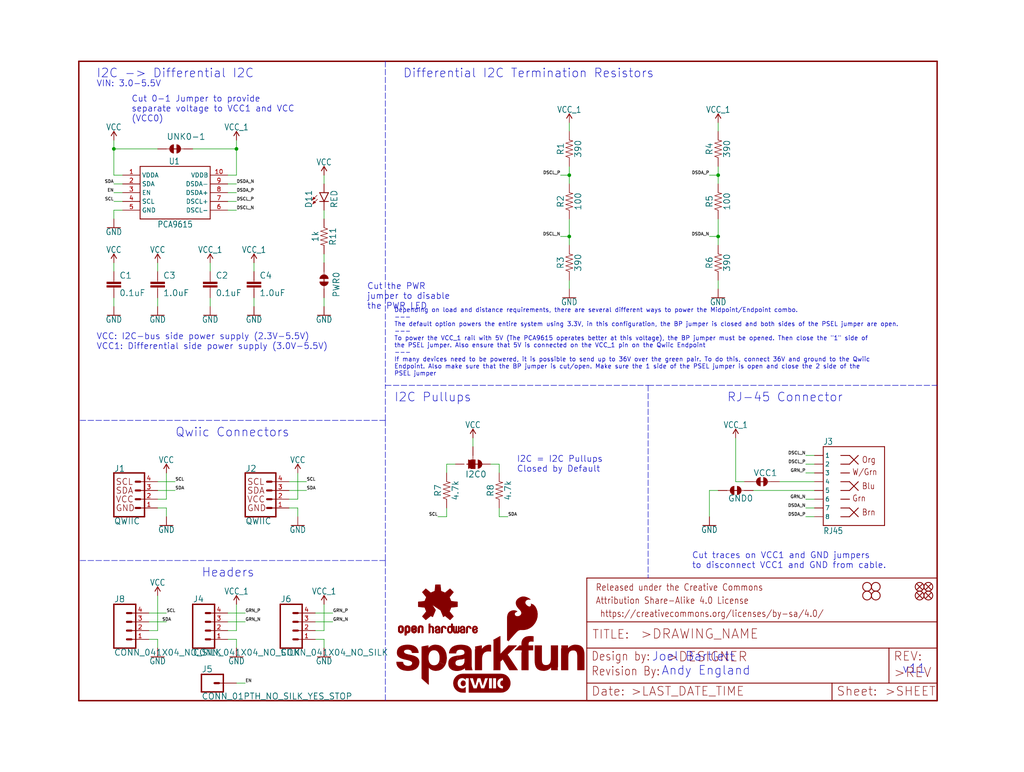
<source format=kicad_sch>
(kicad_sch (version 20211123) (generator eeschema)
  (paper "User" 297.002 223.926)
  (lib_symbols
    (symbol "eagleSchem-eagle-import:0.1UF-0603-25V-(+80{slash}-20%)"
      (property "Reference" "C" (at 1.524 2.921 0))
      (property "Value" "0.1UF-0603-25V-(+80{slash}-20%)" (at 1.524 -2.159 0))
      (symbol "0.1UF-0603-25V-(+80{slash}-20%)_1_0"
        (pin passive line (at 0 5.08 270) (length 2.54) (name "1") (number "1"))
        (pin passive line (at 0 -2.54 90) (length 2.54) (name "2") (number "2"))
      )
    )
    (symbol "eagleSchem-eagle-import:1.0UF-0603-16V-10%"
      (property "Reference" "C" (at 1.524 2.921 0))
      (property "Value" "1.0UF-0603-16V-10%" (at 1.524 -2.159 0))
      (symbol "1.0UF-0603-16V-10%_1_0"
        (pin passive line (at 0 5.08 270) (length 2.54) (name "1") (number "1"))
        (pin passive line (at 0 -2.54 90) (length 2.54) (name "2") (number "2"))
      )
    )
    (symbol "eagleSchem-eagle-import:100OHM-0603-1{slash}10W-1%"
      (property "Reference" "R" (at 0 1.524 0))
      (property "Value" "100OHM-0603-1{slash}10W-1%" (at 0 -1.524 0))
      (symbol "100OHM-0603-1{slash}10W-1%_1_0"
        (pin passive line (at -5.08 0 0) (length 2.54) (name "1") (number "1"))
        (pin passive line (at 5.08 0 180) (length 2.54) (name "2") (number "2"))
      )
    )
    (symbol "eagleSchem-eagle-import:1KOHM-0603-1{slash}10W-1%"
      (property "Reference" "R" (at 0 1.524 0))
      (property "Value" "1KOHM-0603-1{slash}10W-1%" (at 0 -1.524 0))
      (symbol "1KOHM-0603-1{slash}10W-1%_1_0"
        (pin passive line (at -5.08 0 0) (length 2.54) (name "1") (number "1"))
        (pin passive line (at 5.08 0 180) (length 2.54) (name "2") (number "2"))
      )
    )
    (symbol "eagleSchem-eagle-import:390OHM-0603-1{slash}10W-1%"
      (property "Reference" "R" (at 0 1.524 0))
      (property "Value" "390OHM-0603-1{slash}10W-1%" (at 0 -1.524 0))
      (symbol "390OHM-0603-1{slash}10W-1%_1_0"
        (pin passive line (at -5.08 0 0) (length 2.54) (name "1") (number "1"))
        (pin passive line (at 5.08 0 180) (length 2.54) (name "2") (number "2"))
      )
    )
    (symbol "eagleSchem-eagle-import:4.7KOHM-0603-1{slash}10W-1%"
      (property "Reference" "R" (at 0 1.524 0))
      (property "Value" "4.7KOHM-0603-1{slash}10W-1%" (at 0 -1.524 0))
      (symbol "4.7KOHM-0603-1{slash}10W-1%_1_0"
        (pin passive line (at -5.08 0 0) (length 2.54) (name "1") (number "1"))
        (pin passive line (at 5.08 0 180) (length 2.54) (name "2") (number "2"))
      )
    )
    (symbol "eagleSchem-eagle-import:CONN_01PTH_NO_SILK_YES_STOP"
      (property "Reference" "J" (at -2.54 3.048 0))
      (property "Value" "CONN_01PTH_NO_SILK_YES_STOP" (at -2.54 -4.826 0))
      (symbol "CONN_01PTH_NO_SILK_YES_STOP_1_0"
        (pin passive line (at 7.62 0 180) (length 5.08) (name "1") (number "1"))
      )
    )
    (symbol "eagleSchem-eagle-import:CONN_041X04_NO_SILK"
      (property "Reference" "J" (at -5.08 8.128 0))
      (property "Value" "CONN_041X04_NO_SILK" (at -5.08 -7.366 0))
      (symbol "CONN_041X04_NO_SILK_1_0"
        (pin passive line (at 5.08 -2.54 180) (length 5.08) (name "1") (number "1"))
        (pin passive line (at 5.08 0 180) (length 5.08) (name "2") (number "2"))
        (pin passive line (at 5.08 2.54 180) (length 5.08) (name "3") (number "3"))
        (pin passive line (at 5.08 5.08 180) (length 5.08) (name "4") (number "4"))
      )
    )
    (symbol "eagleSchem-eagle-import:FIDUCIALUFIDUCIAL")
    (symbol "eagleSchem-eagle-import:FRAME-LETTER"
      (symbol "FRAME-LETTER_2_0"
        (text " https://creativecommons.org/licenses/by-sa/4.0/" (at 2.54 24.13 0) (effects (font (size 1.9304 1.6408)) (justify left bottom)))
        (text ">DESIGNER" (at 23.114 11.176 0) (effects (font (size 2.7432 2.7432)) (justify left bottom)))
        (text ">DRAWING_NAME" (at 15.494 17.78 0) (effects (font (size 2.7432 2.7432)) (justify left bottom)))
        (text ">LAST_DATE_TIME" (at 12.7 1.27 0) (effects (font (size 2.54 2.54)) (justify left bottom)))
        (text ">REV" (at 88.9 6.604 0) (effects (font (size 2.7432 2.7432)) (justify left bottom)))
        (text ">SHEET" (at 86.36 1.27 0) (effects (font (size 2.54 2.54)) (justify left bottom)))
        (text "Attribution Share-Alike 4.0 License" (at 2.54 27.94 0) (effects (font (size 1.9304 1.6408)) (justify left bottom)))
        (text "Date:" (at 1.27 1.27 0) (effects (font (size 2.54 2.54)) (justify left bottom)))
        (text "Design by:" (at 1.27 11.43 0) (effects (font (size 2.54 2.159)) (justify left bottom)))
        (text "Released under the Creative Commons" (at 2.54 31.75 0) (effects (font (size 1.9304 1.6408)) (justify left bottom)))
        (text "REV:" (at 88.9 11.43 0) (effects (font (size 2.54 2.54)) (justify left bottom)))
        (text "Sheet:" (at 72.39 1.27 0) (effects (font (size 2.54 2.54)) (justify left bottom)))
        (text "TITLE:" (at 1.524 17.78 0) (effects (font (size 2.54 2.54)) (justify left bottom)))
      )
    )
    (symbol "eagleSchem-eagle-import:GND" (power)
      (property "Value" "GND" (at 0 -0.254 0))
      (symbol "GND_1_0"
        (pin power_in line (at 0 2.54 270) (length 2.54) (name "GND") (number "1"))
      )
    )
    (symbol "eagleSchem-eagle-import:JUMPER-SMT_2_NC_TRACE_SILK"
      (property "Reference" "JP" (at -2.54 2.54 0))
      (property "Value" "JUMPER-SMT_2_NC_TRACE_SILK" (at -2.54 -2.54 0))
      (symbol "JUMPER-SMT_2_NC_TRACE_SILK_1_0"
        (pin passive line (at -5.08 0 0) (length 2.54) (name "1") (number "1"))
        (pin passive line (at 5.08 0 180) (length 2.54) (name "2") (number "2"))
      )
    )
    (symbol "eagleSchem-eagle-import:JUMPER-SMT_3_2-NC_TRACE_SILK"
      (property "Reference" "JP" (at 2.54 0.381 0))
      (property "Value" "JUMPER-SMT_3_2-NC_TRACE_SILK" (at 2.54 -0.381 0))
      (symbol "JUMPER-SMT_3_2-NC_TRACE_SILK_1_0"
        (pin passive line (at 0 5.08 270) (length 2.54) (name "1") (number "1"))
        (pin passive line (at -5.08 0 0) (length 2.54) (name "2") (number "2"))
        (pin passive line (at 0 -5.08 90) (length 2.54) (name "3") (number "3"))
      )
    )
    (symbol "eagleSchem-eagle-import:LED-RED0603"
      (property "Reference" "D" (at -3.429 -4.572 90))
      (property "Value" "LED-RED0603" (at 1.905 -4.572 90))
      (symbol "LED-RED0603_1_0"
        (pin passive line (at 0 2.54 270) (length 2.54) (name "A") (number "A"))
        (pin passive line (at 0 -5.08 90) (length 2.54) (name "C") (number "C"))
      )
    )
    (symbol "eagleSchem-eagle-import:OSHW-LOGOM")
    (symbol "eagleSchem-eagle-import:PCA9615"
      (property "Value" "PCA9615" (at 0 -10.16 0))
      (symbol "PCA9615_1_0"
        (pin bidirectional line (at -15.24 5.08 0) (length 5.08) (name "VDDA") (number "1"))
        (pin bidirectional line (at 15.24 5.08 180) (length 5.08) (name "VDDB") (number "10"))
        (pin bidirectional line (at -15.24 2.54 0) (length 5.08) (name "SDA") (number "2"))
        (pin bidirectional line (at -15.24 0 0) (length 5.08) (name "EN") (number "3"))
        (pin bidirectional line (at -15.24 -2.54 0) (length 5.08) (name "SCL") (number "4"))
        (pin bidirectional line (at -15.24 -5.08 0) (length 5.08) (name "GND") (number "5"))
        (pin bidirectional line (at 15.24 -5.08 180) (length 5.08) (name "DSCL-") (number "6"))
        (pin bidirectional line (at 15.24 -2.54 180) (length 5.08) (name "DSCL+") (number "7"))
        (pin bidirectional line (at 15.24 0 180) (length 5.08) (name "DSDA+") (number "8"))
        (pin bidirectional line (at 15.24 2.54 180) (length 5.08) (name "DSDA-") (number "9"))
      )
    )
    (symbol "eagleSchem-eagle-import:QWIIC_CONNECTORJS-1MM"
      (property "Reference" "J" (at -5.08 7.874 0))
      (property "Value" "QWIIC_CONNECTORJS-1MM" (at -5.08 -5.334 0))
      (symbol "QWIIC_CONNECTORJS-1MM_1_0"
        (text "GND" (at -4.572 -2.54 0) (effects (font (size 1.778 1.778)) (justify left)))
        (text "SCL" (at -4.572 5.08 0) (effects (font (size 1.778 1.778)) (justify left)))
        (text "SDA" (at -4.572 2.54 0) (effects (font (size 1.778 1.778)) (justify left)))
        (text "VCC" (at -4.572 0 0) (effects (font (size 1.778 1.778)) (justify left)))
        (pin power_in line (at 7.62 -2.54 180) (length 5.08) (name "1") (number "1"))
        (pin power_in line (at 7.62 0 180) (length 5.08) (name "2") (number "2"))
        (pin passive line (at 7.62 2.54 180) (length 5.08) (name "3") (number "3"))
        (pin passive line (at 7.62 5.08 180) (length 5.08) (name "4") (number "4"))
      )
    )
    (symbol "eagleSchem-eagle-import:QWIIC_LOGO_4MM")
    (symbol "eagleSchem-eagle-import:REVISION"
      (symbol "REVISION_1_0"
        (text "Revision By: " (at 0 0 0) (effects (font (size 2.54 2.159)) (justify left bottom)))
      )
    )
    (symbol "eagleSchem-eagle-import:RJ45-8"
      (property "Reference" "J" (at -5.08 10.668 0))
      (property "Value" "RJ45-8" (at -5.08 -15.24 0))
      (symbol "RJ45-8_1_0"
        (text "Blu" (at 6.096 -2.286 0) (effects (font (size 1.778 1.5113)) (justify left bottom)))
        (text "Brn" (at 6.096 -9.906 0) (effects (font (size 1.778 1.5113)) (justify left bottom)))
        (text "Grn" (at 3.302 -5.842 0) (effects (font (size 1.778 1.5113)) (justify left bottom)))
        (text "Org" (at 6.096 5.334 0) (effects (font (size 1.778 1.5113)) (justify left bottom)))
        (text "W/Grn" (at 3.302 1.778 0) (effects (font (size 1.778 1.5113)) (justify left bottom)))
        (pin bidirectional line (at -7.62 7.62 0) (length 2.54) (name "1") (number "1"))
        (pin bidirectional line (at -7.62 5.08 0) (length 2.54) (name "2") (number "2"))
        (pin bidirectional line (at -7.62 2.54 0) (length 2.54) (name "3") (number "3"))
        (pin bidirectional line (at -7.62 0 0) (length 2.54) (name "4") (number "4"))
        (pin bidirectional line (at -7.62 -2.54 0) (length 2.54) (name "5") (number "5"))
        (pin bidirectional line (at -7.62 -5.08 0) (length 2.54) (name "6") (number "6"))
        (pin bidirectional line (at -7.62 -7.62 0) (length 2.54) (name "7") (number "7"))
        (pin bidirectional line (at -7.62 -10.16 0) (length 2.54) (name "8") (number "8"))
      )
    )
    (symbol "eagleSchem-eagle-import:SFE_LOGO_FLAME.1_INCH")
    (symbol "eagleSchem-eagle-import:SFE_LOGO_NAME_FLAME.1_INCH")
    (symbol "eagleSchem-eagle-import:STAND-OFF")
    (symbol "eagleSchem-eagle-import:VCC" (power)
      (property "Value" "VCC" (at 0 2.794 0))
      (symbol "VCC_1_0"
        (pin power_in line (at 0 0 90) (length 2.54) (name "VCC") (number "1"))
      )
    )
    (symbol "eagleSchem-eagle-import:VCC_1" (power)
      (property "Value" "VCC_1" (at 0 2.794 0))
      (symbol "VCC_1_1_0"
        (pin power_in line (at 0 0 90) (length 2.54) (name "VCC_1") (number "1"))
      )
    )
  )
  (junction (at 165.1 50.8))
  (junction (at 208.28 68.58))
  (junction (at 208.28 50.8))
  (junction (at 33.02 43.18))
  (junction (at 165.1 68.58))
  (junction (at 68.58 43.18))
  (wire (pts (xy 33.02 40.64) (xy 33.02 43.18)))
  (wire (pts (xy 83.82 144.78) (xy 86.36 144.78)))
  (wire (pts (xy 137.16 127) (xy 137.16 129.54)))
  (wire (pts (xy 86.36 147.32) (xy 86.36 149.86)))
  (wire (pts (xy 68.58 198.12) (xy 71.12 198.12)))
  (polyline (pts (xy 111.76 17.78) (xy 111.76 111.76)))
  (wire (pts (xy 55.88 43.18) (xy 68.58 43.18)))
  (wire (pts (xy 45.72 185.42) (xy 45.72 187.96)))
  (wire (pts (xy 45.72 147.32) (xy 48.26 147.32)))
  (wire (pts (xy 213.36 127) (xy 213.36 139.7)))
  (polyline (pts (xy 187.96 111.76) (xy 187.96 167.64)))
  (wire (pts (xy 93.98 60.96) (xy 93.98 63.5)))
  (wire (pts (xy 68.58 182.88) (xy 68.58 175.26)))
  (wire (pts (xy 208.28 68.58) (xy 208.28 63.5)))
  (wire (pts (xy 35.56 53.34) (xy 33.02 53.34)))
  (polyline (pts (xy 187.96 111.76) (xy 271.78 111.76)))
  (wire (pts (xy 236.22 144.78) (xy 233.68 144.78)))
  (wire (pts (xy 91.44 185.42) (xy 93.98 185.42)))
  (wire (pts (xy 83.82 147.32) (xy 86.36 147.32)))
  (wire (pts (xy 66.04 182.88) (xy 68.58 182.88)))
  (wire (pts (xy 45.72 139.7) (xy 50.8 139.7)))
  (wire (pts (xy 60.96 76.2) (xy 60.96 78.74)))
  (wire (pts (xy 208.28 142.24) (xy 205.74 142.24)))
  (wire (pts (xy 165.1 68.58) (xy 165.1 63.5)))
  (wire (pts (xy 208.28 50.8) (xy 208.28 48.26)))
  (wire (pts (xy 35.56 58.42) (xy 33.02 58.42)))
  (wire (pts (xy 93.98 86.36) (xy 93.98 88.9)))
  (wire (pts (xy 208.28 71.12) (xy 208.28 68.58)))
  (wire (pts (xy 165.1 53.34) (xy 165.1 50.8)))
  (wire (pts (xy 45.72 76.2) (xy 45.72 78.74)))
  (wire (pts (xy 83.82 139.7) (xy 88.9 139.7)))
  (wire (pts (xy 236.22 134.62) (xy 233.68 134.62)))
  (wire (pts (xy 91.44 182.88) (xy 93.98 182.88)))
  (wire (pts (xy 35.56 60.96) (xy 33.02 60.96)))
  (wire (pts (xy 205.74 142.24) (xy 205.74 149.86)))
  (wire (pts (xy 33.02 76.2) (xy 33.02 78.74)))
  (wire (pts (xy 213.36 139.7) (xy 215.9 139.7)))
  (wire (pts (xy 218.44 142.24) (xy 236.22 142.24)))
  (wire (pts (xy 66.04 60.96) (xy 68.58 60.96)))
  (wire (pts (xy 236.22 147.32) (xy 233.68 147.32)))
  (wire (pts (xy 83.82 142.24) (xy 88.9 142.24)))
  (wire (pts (xy 144.78 134.62) (xy 142.24 134.62)))
  (wire (pts (xy 86.36 144.78) (xy 86.36 137.16)))
  (wire (pts (xy 48.26 144.78) (xy 48.26 137.16)))
  (wire (pts (xy 33.02 88.9) (xy 33.02 86.36)))
  (wire (pts (xy 33.02 60.96) (xy 33.02 63.5)))
  (wire (pts (xy 144.78 149.86) (xy 144.78 147.32)))
  (wire (pts (xy 66.04 55.88) (xy 68.58 55.88)))
  (wire (pts (xy 66.04 177.8) (xy 71.12 177.8)))
  (wire (pts (xy 93.98 182.88) (xy 93.98 175.26)))
  (wire (pts (xy 93.98 185.42) (xy 93.98 187.96)))
  (wire (pts (xy 129.54 137.16) (xy 129.54 134.62)))
  (wire (pts (xy 45.72 182.88) (xy 45.72 172.72)))
  (wire (pts (xy 43.18 180.34) (xy 48.26 180.34)))
  (wire (pts (xy 91.44 180.34) (xy 96.52 180.34)))
  (wire (pts (xy 33.02 50.8) (xy 35.56 50.8)))
  (wire (pts (xy 45.72 142.24) (xy 50.8 142.24)))
  (wire (pts (xy 43.18 177.8) (xy 48.26 177.8)))
  (wire (pts (xy 236.22 132.08) (xy 233.68 132.08)))
  (wire (pts (xy 68.58 40.64) (xy 68.58 43.18)))
  (wire (pts (xy 48.26 147.32) (xy 48.26 149.86)))
  (wire (pts (xy 35.56 55.88) (xy 33.02 55.88)))
  (wire (pts (xy 129.54 149.86) (xy 129.54 147.32)))
  (wire (pts (xy 147.32 149.86) (xy 144.78 149.86)))
  (wire (pts (xy 93.98 76.2) (xy 93.98 73.66)))
  (wire (pts (xy 129.54 134.62) (xy 132.08 134.62)))
  (wire (pts (xy 66.04 180.34) (xy 71.12 180.34)))
  (wire (pts (xy 208.28 35.56) (xy 208.28 38.1)))
  (wire (pts (xy 165.1 71.12) (xy 165.1 68.58)))
  (wire (pts (xy 226.06 139.7) (xy 236.22 139.7)))
  (wire (pts (xy 165.1 83.82) (xy 165.1 81.28)))
  (wire (pts (xy 45.72 144.78) (xy 48.26 144.78)))
  (wire (pts (xy 43.18 182.88) (xy 45.72 182.88)))
  (wire (pts (xy 73.66 76.2) (xy 73.66 78.74)))
  (polyline (pts (xy 111.76 121.92) (xy 111.76 111.76)))
  (wire (pts (xy 33.02 43.18) (xy 45.72 43.18)))
  (wire (pts (xy 68.58 50.8) (xy 66.04 50.8)))
  (wire (pts (xy 165.1 50.8) (xy 162.56 50.8)))
  (wire (pts (xy 45.72 88.9) (xy 45.72 86.36)))
  (wire (pts (xy 68.58 43.18) (xy 68.58 50.8)))
  (wire (pts (xy 165.1 50.8) (xy 165.1 48.26)))
  (wire (pts (xy 208.28 68.58) (xy 205.74 68.58)))
  (wire (pts (xy 91.44 177.8) (xy 96.52 177.8)))
  (wire (pts (xy 66.04 53.34) (xy 68.58 53.34)))
  (polyline (pts (xy 111.76 121.92) (xy 111.76 162.56)))
  (wire (pts (xy 68.58 185.42) (xy 68.58 187.96)))
  (polyline (pts (xy 111.76 162.56) (xy 22.86 162.56)))
  (wire (pts (xy 165.1 35.56) (xy 165.1 38.1)))
  (polyline (pts (xy 111.76 162.56) (xy 111.76 203.2)))
  (wire (pts (xy 165.1 68.58) (xy 162.56 68.58)))
  (wire (pts (xy 208.28 83.82) (xy 208.28 81.28)))
  (polyline (pts (xy 111.76 121.92) (xy 22.86 121.92)))
  (wire (pts (xy 66.04 185.42) (xy 68.58 185.42)))
  (wire (pts (xy 236.22 149.86) (xy 233.68 149.86)))
  (wire (pts (xy 60.96 88.9) (xy 60.96 86.36)))
  (wire (pts (xy 43.18 185.42) (xy 45.72 185.42)))
  (wire (pts (xy 208.28 53.34) (xy 208.28 50.8)))
  (wire (pts (xy 66.04 58.42) (xy 68.58 58.42)))
  (polyline (pts (xy 111.76 111.76) (xy 187.96 111.76)))
  (wire (pts (xy 93.98 50.8) (xy 93.98 53.34)))
  (wire (pts (xy 33.02 43.18) (xy 33.02 50.8)))
  (wire (pts (xy 73.66 88.9) (xy 73.66 86.36)))
  (wire (pts (xy 208.28 50.8) (xy 205.74 50.8)))
  (wire (pts (xy 236.22 137.16) (xy 233.68 137.16)))
  (wire (pts (xy 144.78 137.16) (xy 144.78 134.62)))
  (wire (pts (xy 127 149.86) (xy 129.54 149.86)))
  (text "Depending on load and distance requirements, there are several different ways to power the Midpoint/Endpoint combo.\n---\nThe default option powers the entire system using 3.3V, in this configuration, the BP jumper is closed and both sides of the PSEL jumper are open.\n---\nTo power the VCC_1 rail with 5V (The PCA9615 operates better at this voltage), the BP jumper must be opened. Then close the \"1\" side of\nthe PSEL jumper. Also ensure that 5V is connected on the VCC_1 pin on the Qwiic Endpoint\n---\nIf many devices need to be powered, it is possible to send up to 36V over the green pair. To do this, connect 36V and ground to the Qwiic\nEndpoint. Also make sure that the BP jumper is cut/open. Make sure the 1 side of the PSEL jumper is open and close the 2 side of the\nPSEL jumper" (at 114.3 109.22 0) (effects (font (size 1.27 1.27)) (justify left bottom)))
  (text "I2C -> Differential I2C" (at 27.94 22.86 180) (effects (font (size 2.54 2.54)) (justify left bottom)))
  (text "Cut traces on VCC1 and GND jumpers\nto disconnect VCC1 and GND from cable." (at 200.66 165.1 0) (effects (font (size 1.778 1.778)) (justify left bottom)))
  (text "VIN: 3.0-5.5V" (at 27.94 25.4 180) (effects (font (size 1.778 1.778)) (justify left bottom)))
  (text "v11" (at 261.62 195.58 180) (effects (font (size 2.54 2.54)) (justify left bottom)))
  (text "Qwiic Connectors" (at 50.8 127 180) (effects (font (size 2.54 2.54)) (justify left bottom)))
  (text "Cut 0-1 Jumper to provide\nseparate voltage to VCC1 and VCC\n(VCC0)" (at 38.1 35.56 0) (effects (font (size 1.778 1.778)) (justify left bottom)))
  (text "Andy England" (at 191.77 196.088 180) (effects (font (size 2.54 2.54)) (justify left bottom)))
  (text "RJ-45 Connector" (at 210.82 116.84 180) (effects (font (size 2.54 2.54)) (justify left bottom)))
  (text "I2C Pullups" (at 114.3 116.84 180) (effects (font (size 2.54 2.54)) (justify left bottom)))
  (text "Cut the PWR\njumper to disable\nthe PWR LED" (at 106.426 89.916 180) (effects (font (size 1.778 1.778)) (justify left bottom)))
  (text "I2C = I2C Pullups\nClosed by Default" (at 149.86 137.16 180) (effects (font (size 1.778 1.778)) (justify left bottom)))
  (text "Headers" (at 58.42 167.64 180) (effects (font (size 2.54 2.54)) (justify left bottom)))
  (text "VCC: I2C-bus side power supply (2.3V-5.5V)\nVCC1: Differential side power supply (3.0V-5.5V)" (at 27.94 101.6 0) (effects (font (size 1.778 1.778)) (justify left bottom)))
  (text "Differential I2C Termination Resistors" (at 116.84 22.86 180) (effects (font (size 2.54 2.54)) (justify left bottom)))
  (text "Joel Bartlett" (at 188.976 192.024 180) (effects (font (size 2.54 2.54)) (justify left bottom)))
  (label "SDA" (at 46.99 180.34 0) (effects (font (size 0.889 0.889))))
  (label "DSCL_P" (at 233.68 134.62 180) (effects (font (size 0.889 0.889))))
  (label "DSCL_P" (at 68.58 58.42 0) (effects (font (size 0.889 0.889))))
  (label "SCL" (at 48.26 177.8 0) (effects (font (size 0.889 0.889))))
  (label "SCL" (at 127 149.86 180) (effects (font (size 0.889 0.889))))
  (label "DSDA_N" (at 68.58 53.34 0) (effects (font (size 0.889 0.889))))
  (label "SDA" (at 50.8 142.24 0) (effects (font (size 0.889 0.889))))
  (label "DSDA_P" (at 233.68 149.86 180) (effects (font (size 0.889 0.889))))
  (label "GRN_N" (at 71.12 180.34 0) (effects (font (size 0.889 0.889))))
  (label "EN" (at 33.02 55.88 180) (effects (font (size 0.889 0.889))))
  (label "DSCL_N" (at 162.56 68.58 180) (effects (font (size 0.889 0.889))))
  (label "GRN_P" (at 96.52 177.8 0) (effects (font (size 0.889 0.889))))
  (label "GRN_P" (at 71.12 177.8 0) (effects (font (size 0.889 0.889))))
  (label "SCL" (at 50.8 139.7 0) (effects (font (size 0.889 0.889))))
  (label "DSDA_N" (at 233.68 147.32 180) (effects (font (size 0.889 0.889))))
  (label "GRN_N" (at 96.52 180.34 0) (effects (font (size 0.889 0.889))))
  (label "SDA" (at 33.02 53.34 180) (effects (font (size 0.889 0.889))))
  (label "SDA" (at 88.9 142.24 0) (effects (font (size 0.889 0.889))))
  (label "SCL" (at 33.02 58.42 180) (effects (font (size 0.889 0.889))))
  (label "SCL" (at 88.9 139.7 0) (effects (font (size 0.889 0.889))))
  (label "EN" (at 71.12 198.12 0) (effects (font (size 0.889 0.889))))
  (label "DSCL_P" (at 162.56 50.8 180) (effects (font (size 0.889 0.889))))
  (label "DSCL_N" (at 68.58 60.96 0) (effects (font (size 0.889 0.889))))
  (label "DSDA_P" (at 68.58 55.88 0) (effects (font (size 0.889 0.889))))
  (label "GRN_P" (at 233.68 137.16 180) (effects (font (size 0.889 0.889))))
  (label "DSDA_N" (at 205.74 68.58 180) (effects (font (size 0.889 0.889))))
  (label "DSDA_P" (at 205.74 50.8 180) (effects (font (size 0.889 0.889))))
  (label "GRN_N" (at 233.68 144.78 180) (effects (font (size 0.889 0.889))))
  (label "SDA" (at 147.32 149.86 0) (effects (font (size 0.889 0.889))))
  (label "DSCL_N" (at 233.68 132.08 180) (effects (font (size 0.889 0.889))))
  (symbol (lib_id "eagleSchem-eagle-import:390OHM-0603-1{slash}10W-1%") (at 208.28 76.2 90) (unit 1)
    (property "Reference" "R6" (at 206.756 76.2 0) (effects (font (size 1.778 1.778)) (justify bottom)))
    (property "Value" "390" (at 209.804 76.2 0) (effects (font (size 1.778 1.778)) (justify top)))
    (property "Footprint" "eagleSchem:0603" (effects hide))
  )
  (symbol (lib_id "eagleSchem-eagle-import:CONN_041X04_NO_SILK") (at 60.96 182.88 0) (unit 1)
    (property "Reference" "J4" (at 55.88 174.752 0) (effects (font (size 1.778 1.778)) (justify left bottom)))
    (property "Value" "CONN_041X04_NO_SILK" (at 55.88 190.246 0) (effects (font (size 1.778 1.778)) (justify left bottom)))
    (property "Footprint" "eagleSchem:1X04_NO_SILK" (effects hide))
  )
  (symbol (lib_id "eagleSchem-eagle-import:1.0UF-0603-16V-10%") (at 73.66 83.82 0) (unit 1)
    (property "Reference" "C4" (at 75.184 80.899 0) (effects (font (size 1.778 1.778)) (justify left bottom)))
    (property "Value" "1.0uF" (at 75.184 85.979 0) (effects (font (size 1.778 1.778)) (justify left bottom)))
    (property "Footprint" "eagleSchem:0603" (effects hide))
  )
  (symbol (lib_id "eagleSchem-eagle-import:FIDUCIALUFIDUCIAL") (at 266.7 172.72 0) (unit 1)
    (property "Reference" "FD4" (effects hide))
    (property "Value" "FIDUCIALUFIDUCIAL" (effects hide))
    (property "Footprint" "eagleSchem:FIDUCIAL-MICRO" (effects hide))
  )
  (symbol (lib_id "eagleSchem-eagle-import:PCA9615") (at 50.8 55.88 0) (unit 1)
    (property "Reference" "U1" (at 50.546 47.752 0) (effects (font (size 1.778 1.5113)) (justify bottom)))
    (property "Value" "PCA9615" (at 50.8 66.04 0) (effects (font (size 1.778 1.5113)) (justify bottom)))
    (property "Footprint" "eagleSchem:TSSOP10" (effects hide))
  )
  (symbol (lib_id "eagleSchem-eagle-import:VCC_1") (at 165.1 35.56 0) (unit 1)
    (property "Reference" "#SUPPLY11" (effects hide))
    (property "Value" "VCC_1" (at 165.1 32.766 0) (effects (font (size 1.778 1.5113)) (justify bottom)))
    (property "Footprint" "eagleSchem:" (effects hide))
  )
  (symbol (lib_id "eagleSchem-eagle-import:STAND-OFF") (at 251.46 172.72 0) (unit 1)
    (property "Reference" "H4" (effects hide))
    (property "Value" "STAND-OFF" (effects hide))
    (property "Footprint" "eagleSchem:STAND-OFF" (effects hide))
  )
  (symbol (lib_id "eagleSchem-eagle-import:GND") (at 93.98 91.44 0) (unit 1)
    (property "Reference" "#GND18" (effects hide))
    (property "Value" "GND" (at 93.98 91.694 0) (effects (font (size 1.778 1.5113)) (justify top)))
    (property "Footprint" "eagleSchem:" (effects hide))
  )
  (symbol (lib_id "eagleSchem-eagle-import:390OHM-0603-1{slash}10W-1%") (at 208.28 43.18 90) (unit 1)
    (property "Reference" "R4" (at 206.756 43.18 0) (effects (font (size 1.778 1.778)) (justify bottom)))
    (property "Value" "390" (at 209.804 43.18 0) (effects (font (size 1.778 1.778)) (justify top)))
    (property "Footprint" "eagleSchem:0603" (effects hide))
  )
  (symbol (lib_id "eagleSchem-eagle-import:GND") (at 68.58 190.5 0) (unit 1)
    (property "Reference" "#GND12" (effects hide))
    (property "Value" "GND" (at 68.58 190.754 0) (effects (font (size 1.778 1.5113)) (justify top)))
    (property "Footprint" "eagleSchem:" (effects hide))
  )
  (symbol (lib_id "eagleSchem-eagle-import:JUMPER-SMT_2_NC_TRACE_SILK") (at 213.36 142.24 0) (unit 1)
    (property "Reference" "GND0" (at 211.074 145.542 0) (effects (font (size 1.778 1.778)) (justify left bottom)))
    (property "Value" "JUMPER-SMT_2_NC_TRACE_SILK" (effects hide))
    (property "Footprint" "eagleSchem:SMT-JUMPER_2_NC_TRACE_SILK" (effects hide))
  )
  (symbol (lib_id "eagleSchem-eagle-import:STAND-OFF") (at 254 170.18 0) (unit 1)
    (property "Reference" "H2" (effects hide))
    (property "Value" "STAND-OFF" (effects hide))
    (property "Footprint" "eagleSchem:STAND-OFF" (effects hide))
  )
  (symbol (lib_id "eagleSchem-eagle-import:GND") (at 73.66 91.44 0) (unit 1)
    (property "Reference" "#GND9" (effects hide))
    (property "Value" "GND" (at 73.66 91.694 0) (effects (font (size 1.778 1.5113)) (justify top)))
    (property "Footprint" "eagleSchem:" (effects hide))
  )
  (symbol (lib_id "eagleSchem-eagle-import:VCC") (at 93.98 50.8 0) (unit 1)
    (property "Reference" "#SUPPLY8" (effects hide))
    (property "Value" "VCC" (at 93.98 48.006 0) (effects (font (size 1.778 1.5113)) (justify bottom)))
    (property "Footprint" "eagleSchem:" (effects hide))
  )
  (symbol (lib_id "eagleSchem-eagle-import:GND") (at 86.36 152.4 0) (unit 1)
    (property "Reference" "#GND2" (effects hide))
    (property "Value" "GND" (at 86.36 152.654 0) (effects (font (size 1.778 1.5113)) (justify top)))
    (property "Footprint" "eagleSchem:" (effects hide))
  )
  (symbol (lib_id "eagleSchem-eagle-import:SFE_LOGO_NAME_FLAME.1_INCH") (at 114.3 198.882 0) (unit 1)
    (property "Reference" "LOGO4" (effects hide))
    (property "Value" "SFE_LOGO_NAME_FLAME.1_INCH" (effects hide))
    (property "Footprint" "eagleSchem:SFE_LOGO_NAME_FLAME_.1" (effects hide))
  )
  (symbol (lib_id "eagleSchem-eagle-import:1.0UF-0603-16V-10%") (at 45.72 83.82 0) (unit 1)
    (property "Reference" "C3" (at 47.244 80.899 0) (effects (font (size 1.778 1.778)) (justify left bottom)))
    (property "Value" "1.0uF" (at 47.244 85.979 0) (effects (font (size 1.778 1.778)) (justify left bottom)))
    (property "Footprint" "eagleSchem:0603" (effects hide))
  )
  (symbol (lib_id "eagleSchem-eagle-import:VCC") (at 45.72 172.72 0) (unit 1)
    (property "Reference" "#SUPPLY9" (effects hide))
    (property "Value" "VCC" (at 45.72 169.926 0) (effects (font (size 1.778 1.5113)) (justify bottom)))
    (property "Footprint" "eagleSchem:" (effects hide))
  )
  (symbol (lib_id "eagleSchem-eagle-import:GND") (at 48.26 152.4 0) (unit 1)
    (property "Reference" "#GND1" (effects hide))
    (property "Value" "GND" (at 48.26 152.654 0) (effects (font (size 1.778 1.5113)) (justify top)))
    (property "Footprint" "eagleSchem:" (effects hide))
  )
  (symbol (lib_id "eagleSchem-eagle-import:FIDUCIALUFIDUCIAL") (at 269.24 170.18 0) (unit 1)
    (property "Reference" "FD1" (effects hide))
    (property "Value" "FIDUCIALUFIDUCIAL" (effects hide))
    (property "Footprint" "eagleSchem:FIDUCIAL-MICRO" (effects hide))
  )
  (symbol (lib_id "eagleSchem-eagle-import:VCC_1") (at 68.58 175.26 0) (unit 1)
    (property "Reference" "#SUPPLY3" (effects hide))
    (property "Value" "VCC_1" (at 68.58 172.466 0) (effects (font (size 1.778 1.5113)) (justify bottom)))
    (property "Footprint" "eagleSchem:" (effects hide))
  )
  (symbol (lib_id "eagleSchem-eagle-import:GND") (at 33.02 66.04 0) (unit 1)
    (property "Reference" "#GND3" (effects hide))
    (property "Value" "GND" (at 33.02 66.294 0) (effects (font (size 1.778 1.5113)) (justify top)))
    (property "Footprint" "eagleSchem:" (effects hide))
  )
  (symbol (lib_id "eagleSchem-eagle-import:SFE_LOGO_FLAME.1_INCH") (at 147.066 186.436 0) (unit 1)
    (property "Reference" "LOGO5" (effects hide))
    (property "Value" "SFE_LOGO_FLAME.1_INCH" (effects hide))
    (property "Footprint" "eagleSchem:SFE_LOGO_FLAME_.1" (effects hide))
  )
  (symbol (lib_id "eagleSchem-eagle-import:4.7KOHM-0603-1{slash}10W-1%") (at 144.78 142.24 90) (unit 1)
    (property "Reference" "R8" (at 143.256 142.24 0) (effects (font (size 1.778 1.778)) (justify bottom)))
    (property "Value" "4.7k" (at 146.304 142.24 0) (effects (font (size 1.778 1.778)) (justify top)))
    (property "Footprint" "eagleSchem:0603" (effects hide))
  )
  (symbol (lib_id "eagleSchem-eagle-import:FRAME-LETTER") (at 170.18 203.2 0) (unit 2)
    (property "Reference" "FRAME1" (effects hide))
    (property "Value" "FRAME-LETTER" (effects hide))
    (property "Footprint" "eagleSchem:CREATIVE_COMMONS" (effects hide))
  )
  (symbol (lib_id "eagleSchem-eagle-import:VCC_1") (at 213.36 127 0) (unit 1)
    (property "Reference" "#SUPPLY13" (effects hide))
    (property "Value" "VCC_1" (at 213.36 124.206 0) (effects (font (size 1.778 1.5113)) (justify bottom)))
    (property "Footprint" "eagleSchem:" (effects hide))
  )
  (symbol (lib_id "eagleSchem-eagle-import:JUMPER-SMT_3_2-NC_TRACE_SILK") (at 137.16 134.62 270) (unit 1)
    (property "Reference" "I2C0" (at 134.874 138.557 90) (effects (font (size 1.778 1.778)) (justify left bottom)))
    (property "Value" "JUMPER-SMT_3_2-NC_TRACE_SILK" (effects hide))
    (property "Footprint" "eagleSchem:SMT-JUMPER_3_2-NC_TRACE_SILK" (effects hide))
  )
  (symbol (lib_id "eagleSchem-eagle-import:VCC") (at 48.26 137.16 0) (unit 1)
    (property "Reference" "#SUPPLY5" (effects hide))
    (property "Value" "VCC" (at 48.26 134.366 0) (effects (font (size 1.778 1.5113)) (justify bottom)))
    (property "Footprint" "eagleSchem:" (effects hide))
  )
  (symbol (lib_id "eagleSchem-eagle-import:JUMPER-SMT_2_NC_TRACE_SILK") (at 50.8 43.18 180) (unit 1)
    (property "Reference" "UNK0-1" (at 48.26 40.64 0) (effects (font (size 1.778 1.778)) (justify right top)))
    (property "Value" "JUMPER-SMT_2_NC_TRACE_SILK" (effects hide))
    (property "Footprint" "eagleSchem:SMT-JUMPER_2_NC_TRACE_SILK" (effects hide))
  )
  (symbol (lib_id "eagleSchem-eagle-import:4.7KOHM-0603-1{slash}10W-1%") (at 129.54 142.24 90) (unit 1)
    (property "Reference" "R7" (at 128.016 142.24 0) (effects (font (size 1.778 1.778)) (justify bottom)))
    (property "Value" "4.7k" (at 131.064 142.24 0) (effects (font (size 1.778 1.778)) (justify top)))
    (property "Footprint" "eagleSchem:0603" (effects hide))
  )
  (symbol (lib_id "eagleSchem-eagle-import:GND") (at 93.98 190.5 0) (unit 1)
    (property "Reference" "#GND13" (effects hide))
    (property "Value" "GND" (at 93.98 190.754 0) (effects (font (size 1.778 1.5113)) (justify top)))
    (property "Footprint" "eagleSchem:" (effects hide))
  )
  (symbol (lib_id "eagleSchem-eagle-import:GND") (at 45.72 190.5 0) (unit 1)
    (property "Reference" "#GND11" (effects hide))
    (property "Value" "GND" (at 45.72 190.754 0) (effects (font (size 1.778 1.5113)) (justify top)))
    (property "Footprint" "eagleSchem:" (effects hide))
  )
  (symbol (lib_id "eagleSchem-eagle-import:QWIIC_CONNECTORJS-1MM") (at 76.2 144.78 0) (unit 1)
    (property "Reference" "J2" (at 71.12 136.906 0) (effects (font (size 1.778 1.778)) (justify left bottom)))
    (property "Value" "QWIIC" (at 71.12 150.114 0) (effects (font (size 1.778 1.778)) (justify left top)))
    (property "Footprint" "eagleSchem:JST04_1MM_RA" (effects hide))
  )
  (symbol (lib_id "eagleSchem-eagle-import:VCC") (at 33.02 76.2 0) (unit 1)
    (property "Reference" "#SUPPLY2" (effects hide))
    (property "Value" "VCC" (at 33.02 73.406 0) (effects (font (size 1.778 1.5113)) (justify bottom)))
    (property "Footprint" "eagleSchem:" (effects hide))
  )
  (symbol (lib_id "eagleSchem-eagle-import:FIDUCIALUFIDUCIAL") (at 269.24 172.72 0) (unit 1)
    (property "Reference" "FD2" (effects hide))
    (property "Value" "FIDUCIALUFIDUCIAL" (effects hide))
    (property "Footprint" "eagleSchem:FIDUCIAL-MICRO" (effects hide))
  )
  (symbol (lib_id "eagleSchem-eagle-import:GND") (at 60.96 91.44 0) (unit 1)
    (property "Reference" "#GND8" (effects hide))
    (property "Value" "GND" (at 60.96 91.694 0) (effects (font (size 1.778 1.5113)) (justify top)))
    (property "Footprint" "eagleSchem:" (effects hide))
  )
  (symbol (lib_id "eagleSchem-eagle-import:LED-RED0603") (at 93.98 55.88 0) (unit 1)
    (property "Reference" "D11" (at 90.551 60.452 90) (effects (font (size 1.778 1.778)) (justify left bottom)))
    (property "Value" "RED" (at 95.885 60.452 90) (effects (font (size 1.778 1.778)) (justify left top)))
    (property "Footprint" "eagleSchem:LED-0603" (effects hide))
  )
  (symbol (lib_id "eagleSchem-eagle-import:VCC_1") (at 73.66 76.2 0) (unit 1)
    (property "Reference" "#SUPPLY15" (effects hide))
    (property "Value" "VCC_1" (at 73.66 73.406 0) (effects (font (size 1.778 1.5113)) (justify bottom)))
    (property "Footprint" "eagleSchem:" (effects hide))
  )
  (symbol (lib_id "eagleSchem-eagle-import:VCC") (at 45.72 76.2 0) (unit 1)
    (property "Reference" "#SUPPLY4" (effects hide))
    (property "Value" "VCC" (at 45.72 73.406 0) (effects (font (size 1.778 1.5113)) (justify bottom)))
    (property "Footprint" "eagleSchem:" (effects hide))
  )
  (symbol (lib_id "eagleSchem-eagle-import:390OHM-0603-1{slash}10W-1%") (at 165.1 43.18 90) (unit 1)
    (property "Reference" "R1" (at 163.576 43.18 0) (effects (font (size 1.778 1.778)) (justify bottom)))
    (property "Value" "390" (at 166.624 43.18 0) (effects (font (size 1.778 1.778)) (justify top)))
    (property "Footprint" "eagleSchem:0603" (effects hide))
  )
  (symbol (lib_id "eagleSchem-eagle-import:GND") (at 45.72 91.44 0) (unit 1)
    (property "Reference" "#GND7" (effects hide))
    (property "Value" "GND" (at 45.72 91.694 0) (effects (font (size 1.778 1.5113)) (justify top)))
    (property "Footprint" "eagleSchem:" (effects hide))
  )
  (symbol (lib_id "eagleSchem-eagle-import:390OHM-0603-1{slash}10W-1%") (at 165.1 76.2 90) (unit 1)
    (property "Reference" "R3" (at 163.576 76.2 0) (effects (font (size 1.778 1.778)) (justify bottom)))
    (property "Value" "390" (at 166.624 76.2 0) (effects (font (size 1.778 1.778)) (justify top)))
    (property "Footprint" "eagleSchem:0603" (effects hide))
  )
  (symbol (lib_id "eagleSchem-eagle-import:JUMPER-SMT_2_NC_TRACE_SILK") (at 93.98 81.28 90) (unit 1)
    (property "Reference" "PWR0" (at 96.52 78.74 0) (effects (font (size 1.778 1.778)) (justify right top)))
    (property "Value" "JUMPER-SMT_2_NC_TRACE_SILK" (effects hide))
    (property "Footprint" "eagleSchem:SMT-JUMPER_2_NC_TRACE_SILK" (effects hide))
  )
  (symbol (lib_id "eagleSchem-eagle-import:QWIIC_CONNECTORJS-1MM") (at 38.1 144.78 0) (unit 1)
    (property "Reference" "J1" (at 33.02 136.906 0) (effects (font (size 1.778 1.778)) (justify left bottom)))
    (property "Value" "QWIIC" (at 33.02 150.114 0) (effects (font (size 1.778 1.778)) (justify left top)))
    (property "Footprint" "eagleSchem:JST04_1MM_RA" (effects hide))
  )
  (symbol (lib_id "eagleSchem-eagle-import:CONN_041X04_NO_SILK") (at 38.1 182.88 0) (unit 1)
    (property "Reference" "J8" (at 33.02 174.752 0) (effects (font (size 1.778 1.778)) (justify left bottom)))
    (property "Value" "CONN_041X04_NO_SILK" (at 33.02 190.246 0) (effects (font (size 1.778 1.778)) (justify left bottom)))
    (property "Footprint" "eagleSchem:1X04_NO_SILK" (effects hide))
  )
  (symbol (lib_id "eagleSchem-eagle-import:100OHM-0603-1{slash}10W-1%") (at 165.1 58.42 90) (unit 1)
    (property "Reference" "R2" (at 163.576 58.42 0) (effects (font (size 1.778 1.778)) (justify bottom)))
    (property "Value" "100" (at 166.624 58.42 0) (effects (font (size 1.778 1.778)) (justify top)))
    (property "Footprint" "eagleSchem:0603" (effects hide))
  )
  (symbol (lib_id "eagleSchem-eagle-import:VCC_1") (at 68.58 40.64 0) (unit 1)
    (property "Reference" "#SUPPLY10" (effects hide))
    (property "Value" "VCC_1" (at 68.58 37.846 0) (effects (font (size 1.778 1.5113)) (justify bottom)))
    (property "Footprint" "eagleSchem:" (effects hide))
  )
  (symbol (lib_id "eagleSchem-eagle-import:CONN_041X04_NO_SILK") (at 86.36 182.88 0) (unit 1)
    (property "Reference" "J6" (at 81.28 174.752 0) (effects (font (size 1.778 1.778)) (justify left bottom)))
    (property "Value" "CONN_041X04_NO_SILK" (at 81.28 190.246 0) (effects (font (size 1.778 1.778)) (justify left bottom)))
    (property "Footprint" "eagleSchem:1X04_NO_SILK" (effects hide))
  )
  (symbol (lib_id "eagleSchem-eagle-import:JUMPER-SMT_2_NC_TRACE_SILK") (at 220.98 139.7 0) (unit 1)
    (property "Reference" "VCC1" (at 218.44 138.176 0) (effects (font (size 1.778 1.778)) (justify left bottom)))
    (property "Value" "JUMPER-SMT_2_NC_TRACE_SILK" (effects hide))
    (property "Footprint" "eagleSchem:SMT-JUMPER_2_NC_TRACE_SILK" (effects hide))
  )
  (symbol (lib_id "eagleSchem-eagle-import:GND") (at 165.1 86.36 0) (unit 1)
    (property "Reference" "#GND4" (effects hide))
    (property "Value" "GND" (at 165.1 86.614 0) (effects (font (size 1.778 1.5113)) (justify top)))
    (property "Footprint" "eagleSchem:" (effects hide))
  )
  (symbol (lib_id "eagleSchem-eagle-import:VCC_1") (at 60.96 76.2 0) (unit 1)
    (property "Reference" "#SUPPLY14" (effects hide))
    (property "Value" "VCC_1" (at 60.96 73.406 0) (effects (font (size 1.778 1.5113)) (justify bottom)))
    (property "Footprint" "eagleSchem:" (effects hide))
  )
  (symbol (lib_id "eagleSchem-eagle-import:FRAME-LETTER") (at 22.86 203.2 0) (unit 1)
    (property "Reference" "FRAME1" (effects hide))
    (property "Value" "FRAME-LETTER" (effects hide))
    (property "Footprint" "eagleSchem:CREATIVE_COMMONS" (effects hide))
  )
  (symbol (lib_id "eagleSchem-eagle-import:STAND-OFF") (at 254 172.72 0) (unit 1)
    (property "Reference" "H3" (effects hide))
    (property "Value" "STAND-OFF" (effects hide))
    (property "Footprint" "eagleSchem:STAND-OFF" (effects hide))
  )
  (symbol (lib_id "eagleSchem-eagle-import:1KOHM-0603-1{slash}10W-1%") (at 93.98 68.58 270) (unit 1)
    (property "Reference" "R11" (at 95.504 68.58 0) (effects (font (size 1.778 1.778)) (justify bottom)))
    (property "Value" "1k" (at 92.456 68.58 0) (effects (font (size 1.778 1.778)) (justify top)))
    (property "Footprint" "eagleSchem:0603" (effects hide))
  )
  (symbol (lib_id "eagleSchem-eagle-import:100OHM-0603-1{slash}10W-1%") (at 208.28 58.42 90) (unit 1)
    (property "Reference" "R5" (at 206.756 58.42 0) (effects (font (size 1.778 1.778)) (justify bottom)))
    (property "Value" "100" (at 209.804 58.42 0) (effects (font (size 1.778 1.778)) (justify top)))
    (property "Footprint" "eagleSchem:0603" (effects hide))
  )
  (symbol (lib_id "eagleSchem-eagle-import:VCC_1") (at 93.98 175.26 0) (unit 1)
    (property "Reference" "#SUPPLY16" (effects hide))
    (property "Value" "VCC_1" (at 93.98 172.466 0) (effects (font (size 1.778 1.5113)) (justify bottom)))
    (property "Footprint" "eagleSchem:" (effects hide))
  )
  (symbol (lib_id "eagleSchem-eagle-import:OSHW-LOGOM") (at 127 175.26 0) (unit 1)
    (property "Reference" "LOGO1" (effects hide))
    (property "Value" "OSHW-LOGOM" (effects hide))
    (property "Footprint" "eagleSchem:OSHW-LOGO-M" (effects hide))
  )
  (symbol (lib_id "eagleSchem-eagle-import:GND") (at 33.02 91.44 0) (unit 1)
    (property "Reference" "#GND6" (effects hide))
    (property "Value" "GND" (at 33.02 91.694 0) (effects (font (size 1.778 1.5113)) (justify top)))
    (property "Footprint" "eagleSchem:" (effects hide))
  )
  (symbol (lib_id "eagleSchem-eagle-import:GND") (at 205.74 152.4 0) (unit 1)
    (property "Reference" "#GND10" (effects hide))
    (property "Value" "GND" (at 205.74 152.654 0) (effects (font (size 1.778 1.5113)) (justify top)))
    (property "Footprint" "eagleSchem:" (effects hide))
  )
  (symbol (lib_id "eagleSchem-eagle-import:VCC") (at 33.02 40.64 0) (unit 1)
    (property "Reference" "#SUPPLY1" (effects hide))
    (property "Value" "VCC" (at 33.02 37.846 0) (effects (font (size 1.778 1.5113)) (justify bottom)))
    (property "Footprint" "eagleSchem:" (effects hide))
  )
  (symbol (lib_id "eagleSchem-eagle-import:GND") (at 208.28 86.36 0) (unit 1)
    (property "Reference" "#GND5" (effects hide))
    (property "Value" "GND" (at 208.28 86.614 0) (effects (font (size 1.778 1.5113)) (justify top)))
    (property "Footprint" "eagleSchem:" (effects hide))
  )
  (symbol (lib_id "eagleSchem-eagle-import:REVISION") (at 171.45 196.088 0) (unit 1)
    (property "Reference" "LOGO2" (effects hide))
    (property "Value" "REVISION" (effects hide))
    (property "Footprint" "eagleSchem:REVISION" (effects hide))
  )
  (symbol (lib_id "eagleSchem-eagle-import:VCC") (at 86.36 137.16 0) (unit 1)
    (property "Reference" "#SUPPLY6" (effects hide))
    (property "Value" "VCC" (at 86.36 134.366 0) (effects (font (size 1.778 1.5113)) (justify bottom)))
    (property "Footprint" "eagleSchem:" (effects hide))
  )
  (symbol (lib_id "eagleSchem-eagle-import:0.1UF-0603-25V-(+80{slash}-20%)") (at 33.02 83.82 0) (unit 1)
    (property "Reference" "C1" (at 34.544 80.899 0) (effects (font (size 1.778 1.778)) (justify left bottom)))
    (property "Value" "0.1uF" (at 34.544 85.979 0) (effects (font (size 1.778 1.778)) (justify left bottom)))
    (property "Footprint" "eagleSchem:0603" (effects hide))
  )
  (symbol (lib_id "eagleSchem-eagle-import:RJ45-8") (at 243.84 139.7 0) (unit 1)
    (property "Reference" "J3" (at 238.76 129.032 0) (effects (font (size 1.778 1.5113)) (justify left bottom)))
    (property "Value" "RJ45" (at 238.76 154.94 0) (effects (font (size 1.778 1.5113)) (justify left bottom)))
    (property "Footprint" "eagleSchem:RJ45-8" (effects hide))
  )
  (symbol (lib_id "eagleSchem-eagle-import:VCC") (at 137.16 127 0) (unit 1)
    (property "Reference" "#SUPPLY7" (effects hide))
    (property "Value" "VCC" (at 137.16 124.206 0) (effects (font (size 1.778 1.5113)) (justify bottom)))
    (property "Footprint" "eagleSchem:" (effects hide))
  )
  (symbol (lib_id "eagleSchem-eagle-import:CONN_01PTH_NO_SILK_YES_STOP") (at 60.96 198.12 0) (unit 1)
    (property "Reference" "J5" (at 58.42 195.072 0) (effects (font (size 1.778 1.778)) (justify left bottom)))
    (property "Value" "CONN_01PTH_NO_SILK_YES_STOP" (at 58.42 202.946 0) (effects (font (size 1.778 1.778)) (justify left bottom)))
    (property "Footprint" "eagleSchem:1X01_NO_SILK" (effects hide))
  )
  (symbol (lib_id "eagleSchem-eagle-import:0.1UF-0603-25V-(+80{slash}-20%)") (at 60.96 83.82 0) (unit 1)
    (property "Reference" "C2" (at 62.484 80.899 0) (effects (font (size 1.778 1.778)) (justify left bottom)))
    (property "Value" "0.1uF" (at 62.484 85.979 0) (effects (font (size 1.778 1.778)) (justify left bottom)))
    (property "Footprint" "eagleSchem:0603" (effects hide))
  )
  (symbol (lib_id "eagleSchem-eagle-import:STAND-OFF") (at 251.46 170.18 0) (unit 1)
    (property "Reference" "H1" (effects hide))
    (property "Value" "STAND-OFF" (effects hide))
    (property "Footprint" "eagleSchem:STAND-OFF" (effects hide))
  )
  (symbol (lib_id "eagleSchem-eagle-import:QWIIC_LOGO_4MM") (at 139.7 198.12 0) (unit 1)
    (property "Reference" "LOGO3" (effects hide))
    (property "Value" "QWIIC_LOGO_4MM" (effects hide))
    (property "Footprint" "eagleSchem:QWIIC_4MM" (effects hide))
  )
  (symbol (lib_id "eagleSchem-eagle-import:VCC_1") (at 208.28 35.56 0) (unit 1)
    (property "Reference" "#SUPPLY12" (effects hide))
    (property "Value" "VCC_1" (at 208.28 32.766 0) (effects (font (size 1.778 1.5113)) (justify bottom)))
    (property "Footprint" "eagleSchem:" (effects hide))
  )
  (symbol (lib_id "eagleSchem-eagle-import:FIDUCIALUFIDUCIAL") (at 266.7 170.18 0) (unit 1)
    (property "Reference" "FD3" (effects hide))
    (property "Value" "FIDUCIALUFIDUCIAL" (effects hide))
    (property "Footprint" "eagleSchem:FIDUCIAL-MICRO" (effects hide))
  )
)
</source>
